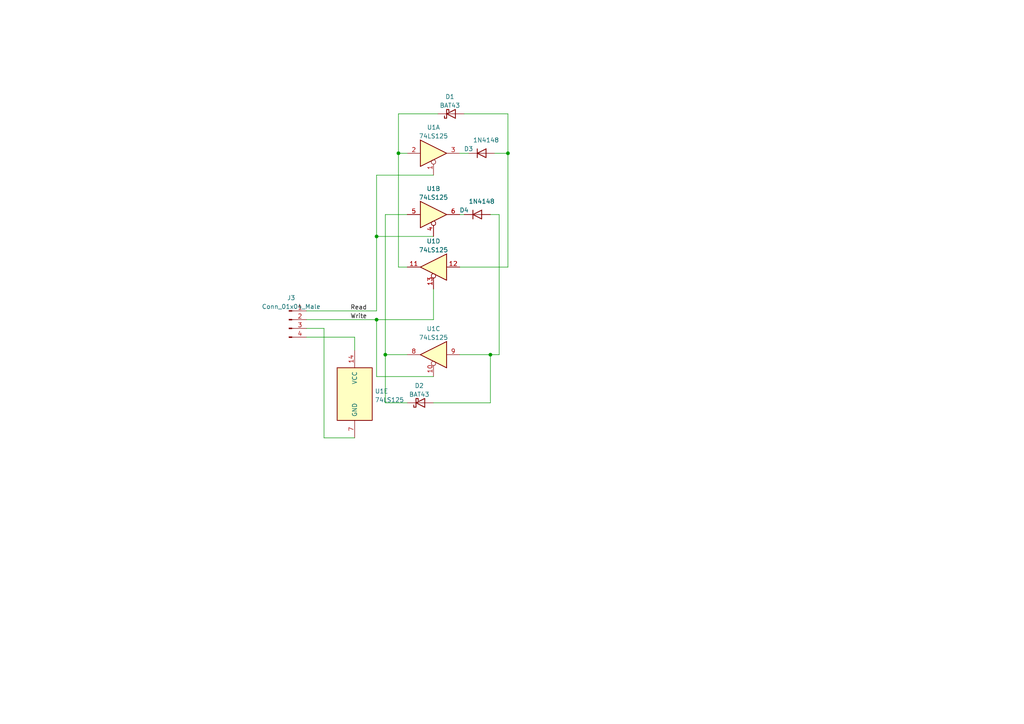
<source format=kicad_sch>
(kicad_sch (version 20211123) (generator eeschema)

  (uuid ef3c2ca7-fcc8-4cff-8fc1-0c762aa25455)

  (paper "A4")

  (lib_symbols
    (symbol "74xx:74LS125" (pin_names (offset 1.016)) (in_bom yes) (on_board yes)
      (property "Reference" "U" (id 0) (at 0 1.27 0)
        (effects (font (size 1.27 1.27)))
      )
      (property "Value" "74LS125" (id 1) (at 0 -1.27 0)
        (effects (font (size 1.27 1.27)))
      )
      (property "Footprint" "" (id 2) (at 0 0 0)
        (effects (font (size 1.27 1.27)) hide)
      )
      (property "Datasheet" "http://www.ti.com/lit/gpn/sn74LS125" (id 3) (at 0 0 0)
        (effects (font (size 1.27 1.27)) hide)
      )
      (property "ki_locked" "" (id 4) (at 0 0 0)
        (effects (font (size 1.27 1.27)))
      )
      (property "ki_keywords" "TTL buffer 3State" (id 5) (at 0 0 0)
        (effects (font (size 1.27 1.27)) hide)
      )
      (property "ki_description" "Quad buffer 3-State outputs" (id 6) (at 0 0 0)
        (effects (font (size 1.27 1.27)) hide)
      )
      (property "ki_fp_filters" "DIP*W7.62mm*" (id 7) (at 0 0 0)
        (effects (font (size 1.27 1.27)) hide)
      )
      (symbol "74LS125_1_0"
        (polyline
          (pts
            (xy -3.81 3.81)
            (xy -3.81 -3.81)
            (xy 3.81 0)
            (xy -3.81 3.81)
          )
          (stroke (width 0.254) (type default) (color 0 0 0 0))
          (fill (type background))
        )
        (pin input inverted (at 0 -6.35 90) (length 4.445)
          (name "~" (effects (font (size 1.27 1.27))))
          (number "1" (effects (font (size 1.27 1.27))))
        )
        (pin input line (at -7.62 0 0) (length 3.81)
          (name "~" (effects (font (size 1.27 1.27))))
          (number "2" (effects (font (size 1.27 1.27))))
        )
        (pin tri_state line (at 7.62 0 180) (length 3.81)
          (name "~" (effects (font (size 1.27 1.27))))
          (number "3" (effects (font (size 1.27 1.27))))
        )
      )
      (symbol "74LS125_2_0"
        (polyline
          (pts
            (xy -3.81 3.81)
            (xy -3.81 -3.81)
            (xy 3.81 0)
            (xy -3.81 3.81)
          )
          (stroke (width 0.254) (type default) (color 0 0 0 0))
          (fill (type background))
        )
        (pin input inverted (at 0 -6.35 90) (length 4.445)
          (name "~" (effects (font (size 1.27 1.27))))
          (number "4" (effects (font (size 1.27 1.27))))
        )
        (pin input line (at -7.62 0 0) (length 3.81)
          (name "~" (effects (font (size 1.27 1.27))))
          (number "5" (effects (font (size 1.27 1.27))))
        )
        (pin tri_state line (at 7.62 0 180) (length 3.81)
          (name "~" (effects (font (size 1.27 1.27))))
          (number "6" (effects (font (size 1.27 1.27))))
        )
      )
      (symbol "74LS125_3_0"
        (polyline
          (pts
            (xy -3.81 3.81)
            (xy -3.81 -3.81)
            (xy 3.81 0)
            (xy -3.81 3.81)
          )
          (stroke (width 0.254) (type default) (color 0 0 0 0))
          (fill (type background))
        )
        (pin input inverted (at 0 -6.35 90) (length 4.445)
          (name "~" (effects (font (size 1.27 1.27))))
          (number "10" (effects (font (size 1.27 1.27))))
        )
        (pin tri_state line (at 7.62 0 180) (length 3.81)
          (name "~" (effects (font (size 1.27 1.27))))
          (number "8" (effects (font (size 1.27 1.27))))
        )
        (pin input line (at -7.62 0 0) (length 3.81)
          (name "~" (effects (font (size 1.27 1.27))))
          (number "9" (effects (font (size 1.27 1.27))))
        )
      )
      (symbol "74LS125_4_0"
        (polyline
          (pts
            (xy -3.81 3.81)
            (xy -3.81 -3.81)
            (xy 3.81 0)
            (xy -3.81 3.81)
          )
          (stroke (width 0.254) (type default) (color 0 0 0 0))
          (fill (type background))
        )
        (pin tri_state line (at 7.62 0 180) (length 3.81)
          (name "~" (effects (font (size 1.27 1.27))))
          (number "11" (effects (font (size 1.27 1.27))))
        )
        (pin input line (at -7.62 0 0) (length 3.81)
          (name "~" (effects (font (size 1.27 1.27))))
          (number "12" (effects (font (size 1.27 1.27))))
        )
        (pin input inverted (at 0 -6.35 90) (length 4.445)
          (name "~" (effects (font (size 1.27 1.27))))
          (number "13" (effects (font (size 1.27 1.27))))
        )
      )
      (symbol "74LS125_5_0"
        (pin power_in line (at 0 12.7 270) (length 5.08)
          (name "VCC" (effects (font (size 1.27 1.27))))
          (number "14" (effects (font (size 1.27 1.27))))
        )
        (pin power_in line (at 0 -12.7 90) (length 5.08)
          (name "GND" (effects (font (size 1.27 1.27))))
          (number "7" (effects (font (size 1.27 1.27))))
        )
      )
      (symbol "74LS125_5_1"
        (rectangle (start -5.08 7.62) (end 5.08 -7.62)
          (stroke (width 0.254) (type default) (color 0 0 0 0))
          (fill (type background))
        )
      )
    )
    (symbol "Connector:Conn_01x04_Male" (pin_names (offset 1.016) hide) (in_bom yes) (on_board yes)
      (property "Reference" "J" (id 0) (at 0 5.08 0)
        (effects (font (size 1.27 1.27)))
      )
      (property "Value" "Conn_01x04_Male" (id 1) (at 0 -7.62 0)
        (effects (font (size 1.27 1.27)))
      )
      (property "Footprint" "" (id 2) (at 0 0 0)
        (effects (font (size 1.27 1.27)) hide)
      )
      (property "Datasheet" "~" (id 3) (at 0 0 0)
        (effects (font (size 1.27 1.27)) hide)
      )
      (property "ki_keywords" "connector" (id 4) (at 0 0 0)
        (effects (font (size 1.27 1.27)) hide)
      )
      (property "ki_description" "Generic connector, single row, 01x04, script generated (kicad-library-utils/schlib/autogen/connector/)" (id 5) (at 0 0 0)
        (effects (font (size 1.27 1.27)) hide)
      )
      (property "ki_fp_filters" "Connector*:*_1x??_*" (id 6) (at 0 0 0)
        (effects (font (size 1.27 1.27)) hide)
      )
      (symbol "Conn_01x04_Male_1_1"
        (polyline
          (pts
            (xy 1.27 -5.08)
            (xy 0.8636 -5.08)
          )
          (stroke (width 0.1524) (type default) (color 0 0 0 0))
          (fill (type none))
        )
        (polyline
          (pts
            (xy 1.27 -2.54)
            (xy 0.8636 -2.54)
          )
          (stroke (width 0.1524) (type default) (color 0 0 0 0))
          (fill (type none))
        )
        (polyline
          (pts
            (xy 1.27 0)
            (xy 0.8636 0)
          )
          (stroke (width 0.1524) (type default) (color 0 0 0 0))
          (fill (type none))
        )
        (polyline
          (pts
            (xy 1.27 2.54)
            (xy 0.8636 2.54)
          )
          (stroke (width 0.1524) (type default) (color 0 0 0 0))
          (fill (type none))
        )
        (rectangle (start 0.8636 -4.953) (end 0 -5.207)
          (stroke (width 0.1524) (type default) (color 0 0 0 0))
          (fill (type outline))
        )
        (rectangle (start 0.8636 -2.413) (end 0 -2.667)
          (stroke (width 0.1524) (type default) (color 0 0 0 0))
          (fill (type outline))
        )
        (rectangle (start 0.8636 0.127) (end 0 -0.127)
          (stroke (width 0.1524) (type default) (color 0 0 0 0))
          (fill (type outline))
        )
        (rectangle (start 0.8636 2.667) (end 0 2.413)
          (stroke (width 0.1524) (type default) (color 0 0 0 0))
          (fill (type outline))
        )
        (pin passive line (at 5.08 2.54 180) (length 3.81)
          (name "Pin_1" (effects (font (size 1.27 1.27))))
          (number "1" (effects (font (size 1.27 1.27))))
        )
        (pin passive line (at 5.08 0 180) (length 3.81)
          (name "Pin_2" (effects (font (size 1.27 1.27))))
          (number "2" (effects (font (size 1.27 1.27))))
        )
        (pin passive line (at 5.08 -2.54 180) (length 3.81)
          (name "Pin_3" (effects (font (size 1.27 1.27))))
          (number "3" (effects (font (size 1.27 1.27))))
        )
        (pin passive line (at 5.08 -5.08 180) (length 3.81)
          (name "Pin_4" (effects (font (size 1.27 1.27))))
          (number "4" (effects (font (size 1.27 1.27))))
        )
      )
    )
    (symbol "Diode:1N4148WS" (pin_numbers hide) (pin_names (offset 1.016) hide) (in_bom yes) (on_board yes)
      (property "Reference" "D" (id 0) (at 0 2.54 0)
        (effects (font (size 1.27 1.27)))
      )
      (property "Value" "1N4148WS" (id 1) (at 0 -2.54 0)
        (effects (font (size 1.27 1.27)))
      )
      (property "Footprint" "Diode_SMD:D_SOD-323" (id 2) (at 0 -4.445 0)
        (effects (font (size 1.27 1.27)) hide)
      )
      (property "Datasheet" "https://www.vishay.com/docs/85751/1n4148ws.pdf" (id 3) (at 0 0 0)
        (effects (font (size 1.27 1.27)) hide)
      )
      (property "ki_keywords" "diode" (id 4) (at 0 0 0)
        (effects (font (size 1.27 1.27)) hide)
      )
      (property "ki_description" "75V 0.15A Fast switching Diode, SOD-323" (id 5) (at 0 0 0)
        (effects (font (size 1.27 1.27)) hide)
      )
      (property "ki_fp_filters" "D*SOD?323*" (id 6) (at 0 0 0)
        (effects (font (size 1.27 1.27)) hide)
      )
      (symbol "1N4148WS_0_1"
        (polyline
          (pts
            (xy -1.27 1.27)
            (xy -1.27 -1.27)
          )
          (stroke (width 0.254) (type default) (color 0 0 0 0))
          (fill (type none))
        )
        (polyline
          (pts
            (xy 1.27 0)
            (xy -1.27 0)
          )
          (stroke (width 0) (type default) (color 0 0 0 0))
          (fill (type none))
        )
        (polyline
          (pts
            (xy 1.27 1.27)
            (xy 1.27 -1.27)
            (xy -1.27 0)
            (xy 1.27 1.27)
          )
          (stroke (width 0.254) (type default) (color 0 0 0 0))
          (fill (type none))
        )
      )
      (symbol "1N4148WS_1_1"
        (pin passive line (at -3.81 0 0) (length 2.54)
          (name "K" (effects (font (size 1.27 1.27))))
          (number "1" (effects (font (size 1.27 1.27))))
        )
        (pin passive line (at 3.81 0 180) (length 2.54)
          (name "A" (effects (font (size 1.27 1.27))))
          (number "2" (effects (font (size 1.27 1.27))))
        )
      )
    )
    (symbol "Diode:BAT43" (pin_numbers hide) (pin_names (offset 1.016) hide) (in_bom yes) (on_board yes)
      (property "Reference" "D" (id 0) (at 0 2.54 0)
        (effects (font (size 1.27 1.27)))
      )
      (property "Value" "BAT43" (id 1) (at 0 -2.54 0)
        (effects (font (size 1.27 1.27)))
      )
      (property "Footprint" "Diode_THT:D_DO-35_SOD27_P7.62mm_Horizontal" (id 2) (at 0 -4.445 0)
        (effects (font (size 1.27 1.27)) hide)
      )
      (property "Datasheet" "http://www.vishay.com/docs/85660/bat42.pdf" (id 3) (at 0 0 0)
        (effects (font (size 1.27 1.27)) hide)
      )
      (property "ki_keywords" "diode Schottky" (id 4) (at 0 0 0)
        (effects (font (size 1.27 1.27)) hide)
      )
      (property "ki_description" "30V 0.2A Small Signal Schottky Diode, DO-35" (id 5) (at 0 0 0)
        (effects (font (size 1.27 1.27)) hide)
      )
      (property "ki_fp_filters" "D*DO?35*" (id 6) (at 0 0 0)
        (effects (font (size 1.27 1.27)) hide)
      )
      (symbol "BAT43_0_1"
        (polyline
          (pts
            (xy 1.27 0)
            (xy -1.27 0)
          )
          (stroke (width 0) (type default) (color 0 0 0 0))
          (fill (type none))
        )
        (polyline
          (pts
            (xy 1.27 1.27)
            (xy 1.27 -1.27)
            (xy -1.27 0)
            (xy 1.27 1.27)
          )
          (stroke (width 0.254) (type default) (color 0 0 0 0))
          (fill (type none))
        )
        (polyline
          (pts
            (xy -1.905 0.635)
            (xy -1.905 1.27)
            (xy -1.27 1.27)
            (xy -1.27 -1.27)
            (xy -0.635 -1.27)
            (xy -0.635 -0.635)
          )
          (stroke (width 0.254) (type default) (color 0 0 0 0))
          (fill (type none))
        )
      )
      (symbol "BAT43_1_1"
        (pin passive line (at -3.81 0 0) (length 2.54)
          (name "K" (effects (font (size 1.27 1.27))))
          (number "1" (effects (font (size 1.27 1.27))))
        )
        (pin passive line (at 3.81 0 180) (length 2.54)
          (name "A" (effects (font (size 1.27 1.27))))
          (number "2" (effects (font (size 1.27 1.27))))
        )
      )
    )
  )

  (junction (at 147.32 44.45) (diameter 0) (color 0 0 0 0)
    (uuid 239bd0c1-7d24-40b1-8ecd-85f82d90c459)
  )
  (junction (at 109.22 68.58) (diameter 0) (color 0 0 0 0)
    (uuid 25f3d434-d5ad-4eee-9a37-77fe8bf5d698)
  )
  (junction (at 109.22 92.71) (diameter 0) (color 0 0 0 0)
    (uuid 46fb3bc4-7645-47ce-ba55-0fe596b16370)
  )
  (junction (at 111.76 102.87) (diameter 0) (color 0 0 0 0)
    (uuid 5a37ed5f-d0c3-4379-b945-ebb1164b1514)
  )
  (junction (at 115.57 44.45) (diameter 0) (color 0 0 0 0)
    (uuid e0bdb2e2-f428-418e-9669-97996f853548)
  )
  (junction (at 142.24 102.87) (diameter 0) (color 0 0 0 0)
    (uuid eb2435b6-0b0e-4aa6-ab43-664704342d5d)
  )

  (wire (pts (xy 111.76 116.84) (xy 118.11 116.84))
    (stroke (width 0) (type default) (color 0 0 0 0))
    (uuid 0d097421-a0c5-4647-bf62-af2ce539f56a)
  )
  (wire (pts (xy 109.22 50.8) (xy 125.73 50.8))
    (stroke (width 0) (type default) (color 0 0 0 0))
    (uuid 16354241-be73-4bb2-a797-2ec656bba52b)
  )
  (wire (pts (xy 109.22 68.58) (xy 125.73 68.58))
    (stroke (width 0) (type default) (color 0 0 0 0))
    (uuid 1b014ebe-82a5-4485-9a1e-fd4384195f8d)
  )
  (wire (pts (xy 88.9 92.71) (xy 109.22 92.71))
    (stroke (width 0) (type default) (color 0 0 0 0))
    (uuid 2424a15e-5ce3-4322-bcbe-ce13bb29fe40)
  )
  (wire (pts (xy 144.78 62.23) (xy 144.78 102.87))
    (stroke (width 0) (type default) (color 0 0 0 0))
    (uuid 27fb32ec-fd6f-4c9f-9b67-4ef789a458a6)
  )
  (wire (pts (xy 134.62 33.02) (xy 147.32 33.02))
    (stroke (width 0) (type default) (color 0 0 0 0))
    (uuid 281230e0-6402-4f7d-9928-6114e43b68ed)
  )
  (wire (pts (xy 147.32 77.47) (xy 147.32 44.45))
    (stroke (width 0) (type default) (color 0 0 0 0))
    (uuid 2ccf2f47-76bd-43db-891f-05a0a4419612)
  )
  (wire (pts (xy 147.32 44.45) (xy 147.32 33.02))
    (stroke (width 0) (type default) (color 0 0 0 0))
    (uuid 3003fcaf-8293-4313-b0f3-229961f5a20b)
  )
  (wire (pts (xy 88.9 95.25) (xy 93.98 95.25))
    (stroke (width 0) (type default) (color 0 0 0 0))
    (uuid 31c0a2a0-0496-4d09-93a4-fb79a3c90645)
  )
  (wire (pts (xy 133.35 44.45) (xy 135.89 44.45))
    (stroke (width 0) (type default) (color 0 0 0 0))
    (uuid 3383255b-c053-43fe-9f9e-b7a94db48488)
  )
  (wire (pts (xy 125.73 116.84) (xy 142.24 116.84))
    (stroke (width 0) (type default) (color 0 0 0 0))
    (uuid 34aef6d4-26fc-4464-a285-3deb404dbe6b)
  )
  (wire (pts (xy 115.57 44.45) (xy 118.11 44.45))
    (stroke (width 0) (type default) (color 0 0 0 0))
    (uuid 3949625c-e7ef-434e-b27d-f4c7e42556a0)
  )
  (wire (pts (xy 111.76 102.87) (xy 118.11 102.87))
    (stroke (width 0) (type default) (color 0 0 0 0))
    (uuid 3ecb7009-0ffe-440c-83af-01f9df71fa1e)
  )
  (wire (pts (xy 93.98 127) (xy 102.87 127))
    (stroke (width 0) (type default) (color 0 0 0 0))
    (uuid 4140de27-203d-4dfe-93d4-ea7ac9e04f60)
  )
  (wire (pts (xy 109.22 109.22) (xy 125.73 109.22))
    (stroke (width 0) (type default) (color 0 0 0 0))
    (uuid 4291328e-cf7c-4010-aad7-da90697dc811)
  )
  (wire (pts (xy 102.87 97.79) (xy 102.87 101.6))
    (stroke (width 0) (type default) (color 0 0 0 0))
    (uuid 485ce6a5-61eb-4c2d-9d1f-0ea597601ab7)
  )
  (wire (pts (xy 93.98 95.25) (xy 93.98 127))
    (stroke (width 0) (type default) (color 0 0 0 0))
    (uuid 583f492d-def2-4116-86c2-bd80612fab2f)
  )
  (wire (pts (xy 118.11 62.23) (xy 111.76 62.23))
    (stroke (width 0) (type default) (color 0 0 0 0))
    (uuid 59f7669d-72f8-407b-a17c-902d15ba8c76)
  )
  (wire (pts (xy 109.22 92.71) (xy 125.73 92.71))
    (stroke (width 0) (type default) (color 0 0 0 0))
    (uuid 68e6a98b-4960-470c-9cf3-1760debc15e9)
  )
  (wire (pts (xy 142.24 102.87) (xy 142.24 116.84))
    (stroke (width 0) (type default) (color 0 0 0 0))
    (uuid 6a0fdee0-5e72-45fc-b6dd-fe648508868c)
  )
  (wire (pts (xy 111.76 62.23) (xy 111.76 102.87))
    (stroke (width 0) (type default) (color 0 0 0 0))
    (uuid 6c001354-7e44-45c5-9e1f-120759ef24ea)
  )
  (wire (pts (xy 125.73 83.82) (xy 125.73 92.71))
    (stroke (width 0) (type default) (color 0 0 0 0))
    (uuid 6fdde1c5-4bd6-4cc9-828b-b0b54c923e05)
  )
  (wire (pts (xy 133.35 77.47) (xy 147.32 77.47))
    (stroke (width 0) (type default) (color 0 0 0 0))
    (uuid 76aa0516-a2d4-48a2-94ea-75133b889e50)
  )
  (wire (pts (xy 144.78 102.87) (xy 142.24 102.87))
    (stroke (width 0) (type default) (color 0 0 0 0))
    (uuid 7ce3276e-3e00-4996-822e-067083750260)
  )
  (wire (pts (xy 142.24 62.23) (xy 144.78 62.23))
    (stroke (width 0) (type default) (color 0 0 0 0))
    (uuid 8b96bc73-ef9f-4c5e-85f6-604e9884d540)
  )
  (wire (pts (xy 109.22 68.58) (xy 109.22 50.8))
    (stroke (width 0) (type default) (color 0 0 0 0))
    (uuid 950889fb-cb23-42d5-843c-f9b127eb1937)
  )
  (wire (pts (xy 109.22 90.17) (xy 109.22 68.58))
    (stroke (width 0) (type default) (color 0 0 0 0))
    (uuid a01728b0-6be2-4560-8b83-056df9dc21b7)
  )
  (wire (pts (xy 88.9 90.17) (xy 109.22 90.17))
    (stroke (width 0) (type default) (color 0 0 0 0))
    (uuid a1bf63b1-aef8-421a-9ad4-00aebc6542dd)
  )
  (wire (pts (xy 115.57 33.02) (xy 115.57 44.45))
    (stroke (width 0) (type default) (color 0 0 0 0))
    (uuid ad1d334e-8c06-4c9e-8758-c9da1ae4e457)
  )
  (wire (pts (xy 133.35 62.23) (xy 134.62 62.23))
    (stroke (width 0) (type default) (color 0 0 0 0))
    (uuid ae91f302-2fb7-47ca-b2fd-7d2f7c21f30b)
  )
  (wire (pts (xy 111.76 102.87) (xy 111.76 116.84))
    (stroke (width 0) (type default) (color 0 0 0 0))
    (uuid ba49aa8d-3a4e-406d-91bb-8e5b2767d41e)
  )
  (wire (pts (xy 115.57 77.47) (xy 118.11 77.47))
    (stroke (width 0) (type default) (color 0 0 0 0))
    (uuid ba7dbd75-c2c2-4396-b5e0-1922c67fd518)
  )
  (wire (pts (xy 109.22 109.22) (xy 109.22 92.71))
    (stroke (width 0) (type default) (color 0 0 0 0))
    (uuid c4d88ebc-4d01-43db-b569-d4806bca98fc)
  )
  (wire (pts (xy 133.35 102.87) (xy 142.24 102.87))
    (stroke (width 0) (type default) (color 0 0 0 0))
    (uuid d974afe9-cf34-4728-9406-fa2c3073360d)
  )
  (wire (pts (xy 115.57 33.02) (xy 127 33.02))
    (stroke (width 0) (type default) (color 0 0 0 0))
    (uuid f03f2fca-86cc-402a-9659-87b101ef4e37)
  )
  (wire (pts (xy 115.57 44.45) (xy 115.57 77.47))
    (stroke (width 0) (type default) (color 0 0 0 0))
    (uuid f35d587a-453b-4b5b-a2fe-b879a9a43bef)
  )
  (wire (pts (xy 143.51 44.45) (xy 147.32 44.45))
    (stroke (width 0) (type default) (color 0 0 0 0))
    (uuid f533bc4d-bd37-44a6-9486-0f0e7c9ed863)
  )
  (wire (pts (xy 88.9 97.79) (xy 102.87 97.79))
    (stroke (width 0) (type default) (color 0 0 0 0))
    (uuid fe3b8b0b-f3cc-4027-887d-60125ffc4f76)
  )

  (label "Write" (at 101.6 92.71 0)
    (effects (font (size 1.27 1.27)) (justify left bottom))
    (uuid 3d9f486a-3039-48d3-b2c2-4106d40ab5f8)
  )
  (label "Read" (at 101.6 90.17 0)
    (effects (font (size 1.27 1.27)) (justify left bottom))
    (uuid a8c80ea1-dcfb-47f6-ab70-bfc319a49d05)
  )

  (symbol (lib_id "Diode:BAT43") (at 130.81 33.02 0) (mirror x) (unit 1)
    (in_bom yes) (on_board yes) (fields_autoplaced)
    (uuid 29f02721-cd44-4aab-90ff-8bc922f08ba4)
    (property "Reference" "D1" (id 0) (at 130.4925 28.0502 0))
    (property "Value" "BAT43" (id 1) (at 130.4925 30.5871 0))
    (property "Footprint" "Diode_THT:D_DO-35_SOD27_P7.62mm_Horizontal" (id 2) (at 130.81 28.575 0)
      (effects (font (size 1.27 1.27)) hide)
    )
    (property "Datasheet" "http://www.vishay.com/docs/85660/bat42.pdf" (id 3) (at 130.81 33.02 0)
      (effects (font (size 1.27 1.27)) hide)
    )
    (pin "1" (uuid e8626fcd-f4f2-4f5f-954c-8d60fb5982ee))
    (pin "2" (uuid 8f3ba7be-9a40-49f2-8546-84dae5a13bbf))
  )

  (symbol (lib_id "Diode:1N4148WS") (at 139.7 44.45 0) (unit 1)
    (in_bom yes) (on_board yes)
    (uuid 4102ae0e-3d75-40cd-957b-0b4db5d3f5ee)
    (property "Reference" "D3" (id 0) (at 135.89 43.18 0))
    (property "Value" "1N4148" (id 1) (at 140.97 40.64 0))
    (property "Footprint" "Diode_THT:D_T-1_P5.08mm_Horizontal" (id 2) (at 139.7 48.895 0)
      (effects (font (size 1.27 1.27)) hide)
    )
    (property "Datasheet" "https://www.vishay.com/docs/85751/1n4148ws.pdf" (id 3) (at 139.7 44.45 0)
      (effects (font (size 1.27 1.27)) hide)
    )
    (pin "1" (uuid 04868f85-bc69-4fa9-8e62-d78ffe5ae58e))
    (pin "2" (uuid 9a88d63d-f7e5-416d-9807-a8e942aef287))
  )

  (symbol (lib_id "Connector:Conn_01x04_Male") (at 83.82 92.71 0) (unit 1)
    (in_bom yes) (on_board yes) (fields_autoplaced)
    (uuid 53590a99-5c6a-4d84-a1ba-ca5cdf5969b2)
    (property "Reference" "J3" (id 0) (at 84.455 86.394 0))
    (property "Value" "Conn_01x04_Male" (id 1) (at 84.455 88.9309 0))
    (property "Footprint" "Connector_PinHeader_2.54mm:PinHeader_1x04_P2.54mm_Vertical" (id 2) (at 83.82 92.71 0)
      (effects (font (size 1.27 1.27)) hide)
    )
    (property "Datasheet" "~" (id 3) (at 83.82 92.71 0)
      (effects (font (size 1.27 1.27)) hide)
    )
    (pin "1" (uuid 148ce90e-7efd-4c3c-997e-8941fb0dcefa))
    (pin "2" (uuid 86458af8-a5ec-4b90-a0e6-eda0c7b1a3a3))
    (pin "3" (uuid 7f8b8ac8-e940-40a2-aa07-11a561e363e7))
    (pin "4" (uuid 476be1c0-8e11-4e3e-8606-154d7aafee9a))
  )

  (symbol (lib_id "74xx:74LS125") (at 102.87 114.3 0) (unit 5)
    (in_bom yes) (on_board yes) (fields_autoplaced)
    (uuid 55cd7fac-982e-4c62-9472-b0ff25896672)
    (property "Reference" "U1" (id 0) (at 108.712 113.4653 0)
      (effects (font (size 1.27 1.27)) (justify left))
    )
    (property "Value" "74LS125" (id 1) (at 108.712 116.0022 0)
      (effects (font (size 1.27 1.27)) (justify left))
    )
    (property "Footprint" "" (id 2) (at 102.87 114.3 0)
      (effects (font (size 1.27 1.27)) hide)
    )
    (property "Datasheet" "http://www.ti.com/lit/gpn/sn74LS125" (id 3) (at 102.87 114.3 0)
      (effects (font (size 1.27 1.27)) hide)
    )
    (pin "14" (uuid 6933cc69-440e-4e07-ab1b-b9a9eaba40b6))
    (pin "7" (uuid 827242ad-f3b6-4bd8-9031-43e233b30ec0))
  )

  (symbol (lib_id "Diode:1N4148WS") (at 138.43 62.23 0) (unit 1)
    (in_bom yes) (on_board yes)
    (uuid 591e969d-7122-41e3-8c35-363e2a9714ca)
    (property "Reference" "D4" (id 0) (at 134.62 60.96 0))
    (property "Value" "1N4148" (id 1) (at 139.7 58.42 0))
    (property "Footprint" "Diode_THT:D_T-1_P5.08mm_Horizontal" (id 2) (at 138.43 66.675 0)
      (effects (font (size 1.27 1.27)) hide)
    )
    (property "Datasheet" "https://www.vishay.com/docs/85751/1n4148ws.pdf" (id 3) (at 138.43 62.23 0)
      (effects (font (size 1.27 1.27)) hide)
    )
    (pin "1" (uuid da583fd8-297c-45d1-a802-ffe1e43db9b6))
    (pin "2" (uuid ab31a2ed-32be-4673-85c4-0890d6200220))
  )

  (symbol (lib_id "74xx:74LS125") (at 125.73 62.23 0) (unit 2)
    (in_bom yes) (on_board yes) (fields_autoplaced)
    (uuid 69a96e32-957f-40bb-9a63-5fff93857e5c)
    (property "Reference" "U1" (id 0) (at 125.73 54.7202 0))
    (property "Value" "74LS125" (id 1) (at 125.73 57.2571 0))
    (property "Footprint" "Package_DIP:DIP-14_W7.62mm" (id 2) (at 125.73 62.23 0)
      (effects (font (size 1.27 1.27)) hide)
    )
    (property "Datasheet" "http://www.ti.com/lit/gpn/sn74LS125" (id 3) (at 125.73 62.23 0)
      (effects (font (size 1.27 1.27)) hide)
    )
    (pin "4" (uuid 750cb84e-d795-4364-9358-ec0975478b7f))
    (pin "5" (uuid f5085a91-2c3d-4f5c-900f-9ea6af63a392))
    (pin "6" (uuid 84de1abd-37fc-4251-b1df-d4f45bbe0070))
  )

  (symbol (lib_id "74xx:74LS125") (at 125.73 77.47 0) (mirror y) (unit 4)
    (in_bom yes) (on_board yes) (fields_autoplaced)
    (uuid 914be402-bfcb-4929-acd7-05d766e1121c)
    (property "Reference" "U1" (id 0) (at 125.73 69.9602 0))
    (property "Value" "74LS125" (id 1) (at 125.73 72.4971 0))
    (property "Footprint" "Package_DIP:DIP-14_W7.62mm" (id 2) (at 125.73 77.47 0)
      (effects (font (size 1.27 1.27)) hide)
    )
    (property "Datasheet" "http://www.ti.com/lit/gpn/sn74LS125" (id 3) (at 125.73 77.47 0)
      (effects (font (size 1.27 1.27)) hide)
    )
    (pin "11" (uuid c3f4e4fd-33f7-404b-a4b5-b1fa76c627d6))
    (pin "12" (uuid e3d9f89a-ba19-4459-ab55-3b945cb0d52d))
    (pin "13" (uuid fb86085c-98a7-4536-8cb4-4cdf37753e64))
  )

  (symbol (lib_id "74xx:74LS125") (at 125.73 102.87 0) (mirror y) (unit 3)
    (in_bom yes) (on_board yes) (fields_autoplaced)
    (uuid e8a4982c-5945-4fe0-891e-bc335a0dfa3f)
    (property "Reference" "U1" (id 0) (at 125.73 95.3602 0))
    (property "Value" "74LS125" (id 1) (at 125.73 97.8971 0))
    (property "Footprint" "Package_DIP:DIP-14_W7.62mm" (id 2) (at 125.73 102.87 0)
      (effects (font (size 1.27 1.27)) hide)
    )
    (property "Datasheet" "http://www.ti.com/lit/gpn/sn74LS125" (id 3) (at 125.73 102.87 0)
      (effects (font (size 1.27 1.27)) hide)
    )
    (pin "10" (uuid 969ada28-080e-4379-85bc-8937b0648932))
    (pin "8" (uuid 84c9434b-7c88-4cb7-af58-d4c707d96eb2))
    (pin "9" (uuid 188de152-e92e-47fb-8225-359244b8c92b))
  )

  (symbol (lib_id "Diode:BAT43") (at 121.92 116.84 0) (mirror x) (unit 1)
    (in_bom yes) (on_board yes) (fields_autoplaced)
    (uuid e961788f-90a2-402f-bf3a-bfe4a1cfc8eb)
    (property "Reference" "D2" (id 0) (at 121.6025 111.8702 0))
    (property "Value" "BAT43" (id 1) (at 121.6025 114.4071 0))
    (property "Footprint" "Diode_THT:D_DO-35_SOD27_P7.62mm_Horizontal" (id 2) (at 121.92 112.395 0)
      (effects (font (size 1.27 1.27)) hide)
    )
    (property "Datasheet" "http://www.vishay.com/docs/85660/bat42.pdf" (id 3) (at 121.92 116.84 0)
      (effects (font (size 1.27 1.27)) hide)
    )
    (pin "1" (uuid 6f909c78-c647-431b-b2b7-57f9c0c2406e))
    (pin "2" (uuid 905392a4-9fd2-4527-bebd-fe46e147c244))
  )

  (symbol (lib_id "74xx:74LS125") (at 125.73 44.45 0) (unit 1)
    (in_bom yes) (on_board yes) (fields_autoplaced)
    (uuid ee86ad28-2e8a-4b4f-a90f-b244d52f0462)
    (property "Reference" "U1" (id 0) (at 125.73 36.9402 0))
    (property "Value" "74LS125" (id 1) (at 125.73 39.4771 0))
    (property "Footprint" "Package_DIP:DIP-14_W7.62mm" (id 2) (at 125.73 44.45 0)
      (effects (font (size 1.27 1.27)) hide)
    )
    (property "Datasheet" "http://www.ti.com/lit/gpn/sn74LS125" (id 3) (at 125.73 44.45 0)
      (effects (font (size 1.27 1.27)) hide)
    )
    (pin "1" (uuid a0f6ecb7-ddaf-4b1e-9b89-cdfe3f1f4a12))
    (pin "2" (uuid b75e6d15-4d7a-4aec-ab57-dc77af04a9b9))
    (pin "3" (uuid 367a0318-2a8d-4844-b1c5-a4b9f86a1709))
  )

  (sheet_instances
    (path "/" (page "1"))
  )

  (symbol_instances
    (path "/29f02721-cd44-4aab-90ff-8bc922f08ba4"
      (reference "D1") (unit 1) (value "BAT43") (footprint "Diode_THT:D_DO-35_SOD27_P7.62mm_Horizontal")
    )
    (path "/e961788f-90a2-402f-bf3a-bfe4a1cfc8eb"
      (reference "D2") (unit 1) (value "BAT43") (footprint "Diode_THT:D_DO-35_SOD27_P7.62mm_Horizontal")
    )
    (path "/4102ae0e-3d75-40cd-957b-0b4db5d3f5ee"
      (reference "D3") (unit 1) (value "1N4148") (footprint "Diode_THT:D_T-1_P5.08mm_Horizontal")
    )
    (path "/591e969d-7122-41e3-8c35-363e2a9714ca"
      (reference "D4") (unit 1) (value "1N4148") (footprint "Diode_THT:D_T-1_P5.08mm_Horizontal")
    )
    (path "/53590a99-5c6a-4d84-a1ba-ca5cdf5969b2"
      (reference "J3") (unit 1) (value "Conn_01x04_Male") (footprint "Connector_PinHeader_2.54mm:PinHeader_1x04_P2.54mm_Vertical")
    )
    (path "/ee86ad28-2e8a-4b4f-a90f-b244d52f0462"
      (reference "U1") (unit 1) (value "74LS125") (footprint "Package_DIP:DIP-14_W7.62mm")
    )
    (path "/69a96e32-957f-40bb-9a63-5fff93857e5c"
      (reference "U1") (unit 2) (value "74LS125") (footprint "Package_DIP:DIP-14_W7.62mm")
    )
    (path "/e8a4982c-5945-4fe0-891e-bc335a0dfa3f"
      (reference "U1") (unit 3) (value "74LS125") (footprint "Package_DIP:DIP-14_W7.62mm")
    )
    (path "/914be402-bfcb-4929-acd7-05d766e1121c"
      (reference "U1") (unit 4) (value "74LS125") (footprint "Package_DIP:DIP-14_W7.62mm")
    )
    (path "/55cd7fac-982e-4c62-9472-b0ff25896672"
      (reference "U1") (unit 5) (value "74LS125") (footprint "")
    )
  )
)

</source>
